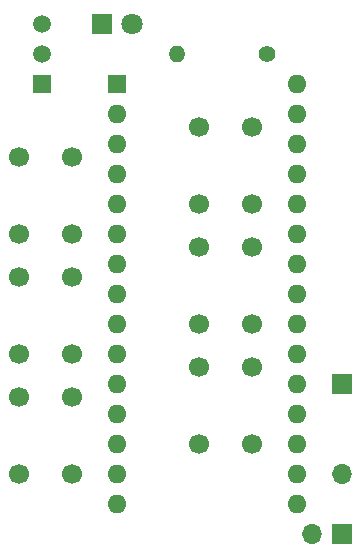
<source format=gts>
%TF.GenerationSoftware,KiCad,Pcbnew,(5.1.12)-1*%
%TF.CreationDate,2022-02-13T14:19:26+09:00*%
%TF.ProjectId,IRButton,49524275-7474-46f6-9e2e-6b696361645f,rev?*%
%TF.SameCoordinates,Original*%
%TF.FileFunction,Soldermask,Top*%
%TF.FilePolarity,Negative*%
%FSLAX46Y46*%
G04 Gerber Fmt 4.6, Leading zero omitted, Abs format (unit mm)*
G04 Created by KiCad (PCBNEW (5.1.12)-1) date 2022-02-13 14:19:26*
%MOMM*%
%LPD*%
G01*
G04 APERTURE LIST*
%ADD10R,1.700000X1.700000*%
%ADD11O,1.700000X1.700000*%
%ADD12R,1.600000X1.600000*%
%ADD13O,1.600000X1.600000*%
%ADD14R,1.800000X1.800000*%
%ADD15C,1.800000*%
%ADD16C,1.500000*%
%ADD17R,1.500000X1.500000*%
%ADD18C,1.400000*%
%ADD19O,1.400000X1.400000*%
%ADD20C,1.700000*%
G04 APERTURE END LIST*
D10*
%TO.C,SW0*%
X72390000Y-109220000D03*
D11*
X72390000Y-116840000D03*
%TD*%
D12*
%TO.C,Nano*%
X53340000Y-83820000D03*
D13*
X68580000Y-116840000D03*
X53340000Y-86360000D03*
X68580000Y-114300000D03*
X53340000Y-88900000D03*
X68580000Y-111760000D03*
X53340000Y-91440000D03*
X68580000Y-109220000D03*
X53340000Y-93980000D03*
X68580000Y-106680000D03*
X53340000Y-96520000D03*
X68580000Y-104140000D03*
X53340000Y-99060000D03*
X68580000Y-101600000D03*
X53340000Y-101600000D03*
X68580000Y-99060000D03*
X53340000Y-104140000D03*
X68580000Y-96520000D03*
X53340000Y-106680000D03*
X68580000Y-93980000D03*
X53340000Y-109220000D03*
X68580000Y-91440000D03*
X53340000Y-111760000D03*
X68580000Y-88900000D03*
X53340000Y-114300000D03*
X68580000Y-86360000D03*
X53340000Y-116840000D03*
X68580000Y-83820000D03*
X53340000Y-119380000D03*
X68580000Y-119380000D03*
%TD*%
D14*
%TO.C,LED*%
X52070000Y-78740000D03*
D15*
X54610000Y-78740000D03*
%TD*%
D16*
%TO.C,2N7000*%
X46990000Y-81280000D03*
X46990000Y-78740000D03*
D17*
X46990000Y-83820000D03*
%TD*%
D18*
%TO.C,R1*%
X66040000Y-81280000D03*
D19*
X58420000Y-81280000D03*
%TD*%
D20*
%TO.C,SW_D5*%
X64770000Y-104140000D03*
X64770000Y-97640000D03*
X60270000Y-104140000D03*
X60270000Y-97640000D03*
%TD*%
%TO.C,SW_D7*%
X45030000Y-100180000D03*
X45030000Y-106680000D03*
X49530000Y-100180000D03*
X49530000Y-106680000D03*
%TD*%
%TO.C,SW_D9*%
X64770000Y-114300000D03*
X64770000Y-107800000D03*
X60270000Y-114300000D03*
X60270000Y-107800000D03*
%TD*%
%TO.C,SW_D2*%
X64770000Y-93980000D03*
X64770000Y-87480000D03*
X60270000Y-93980000D03*
X60270000Y-87480000D03*
%TD*%
%TO.C,SW_D11*%
X45030000Y-110340000D03*
X45030000Y-116840000D03*
X49530000Y-110340000D03*
X49530000Y-116840000D03*
%TD*%
%TO.C,SW_D4*%
X45030000Y-90020000D03*
X45030000Y-96520000D03*
X49530000Y-90020000D03*
X49530000Y-96520000D03*
%TD*%
D10*
%TO.C,BT1*%
X72390000Y-121920000D03*
D11*
X69850000Y-121920000D03*
%TD*%
M02*

</source>
